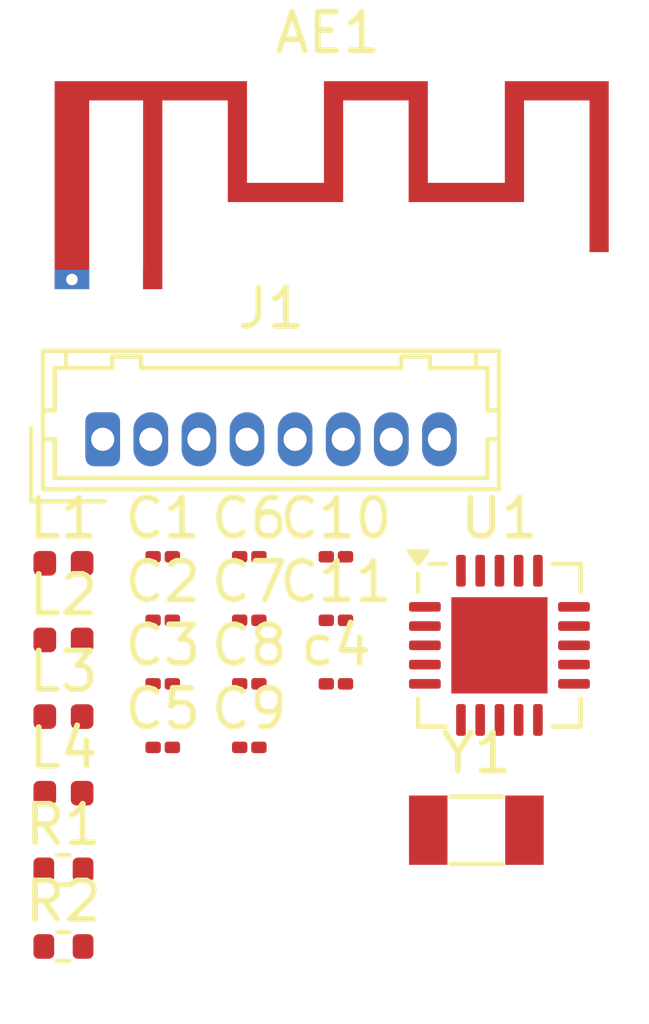
<source format=kicad_pcb>
(kicad_pcb (version 20240108) (generator "pcbnew") (generator_version "8.0")
  (layers (0 "F.Cu" signal) (31 "B.Cu" signal) (34 "B.Paste" user) (35 "F.Paste" user) (36 "B.SilkS" user "B.Silkscreen") (37 "F.SilkS" user "F.Silkscreen") (38 "B.Mask" user) (39 "F.Mask" user) (44 "Edge.Cuts" user))
  (net 0 "")
  (net 1 "Net-(AE1-A)")
  (net 2 "GND")
  (net 3 "Net-(U1-DVDD)")
  (net 4 "VDD")
  (net 5 "Net-(U1-XC2)")
  (net 6 "Net-(U1-XC1)")
  (net 7 "Net-(U1-VDD_PA)")
  (net 8 "Net-(C10-Pad1)")
  (net 9 "Net-(C7-Pad1)")
  (net 10 "Net-(J1-Pin_4)")
  (net 11 "Net-(J1-Pin_5)")
  (net 12 "Net-(J1-Pin_3)")
  (net 13 "Net-(J1-Pin_7)")
  (net 14 "Net-(J1-Pin_6)")
  (net 15 "Net-(J1-Pin_2)")
  (net 16 "Net-(U1-ANT2)")
  (net 17 "Net-(U1-ANT1)")
  (net 18 "Net-(U1-IREF)")
  (footprint "Capacitor_SMD:C_01005_0402Metric" (layer "F.Cu") (at 120.1 75.9)
    (property "Reference" "C1" (at 0 -1 0) (layer "F.SilkS"))
    (property "Value" "33n")
    (pad "1" smd roundrect (at -0.25 0) (size 0.4 0.3) (layers "F.Cu" "F.Mask") (net 3 "Net-(U1-DVDD)"))
    (pad "2" smd roundrect (at 0.25 0) (size 0.4 0.3) (layers "F.Cu" "F.Mask") (net 2 "GND"))
  )
  (footprint "Connector_Hirose:Hirose_DF13-08P-1.25DSA_1x08_P1.25mm_Vertical" (layer "F.Cu") (at 118.54 72.85)
    (property "Reference" "J1" (at 4.38 -3.4 0) (layer "F.SilkS"))
    (property "Value" "Conn_01x08_Pin")
    (fp_line (start -1.86 -0.3) (end -1.86 1.61) (stroke (width 0.12)) (layer "F.SilkS"))
    (fp_line (start -1.86 1.61) (end 0.05 1.61) (stroke (width 0.12)) (layer "F.SilkS"))
    (fp_line (start -1.55 -2.3) (end -1.55 1.3) (stroke (width 0.12)) (layer "F.SilkS"))
    (fp_line (start -1.55 -0.75) (end -1.25 -0.75) (stroke (width 0.12)) (layer "F.SilkS"))
    (fp_line (start -1.55 0) (end -1.25 0) (stroke (width 0.12)) (layer "F.SilkS"))
    (fp_line (start -1.55 1.3) (end 10.3 1.3) (stroke (width 0.12)) (layer "F.SilkS"))
    (fp_line (start -1.25 -1.85) (end -0.95 -1.85) (stroke (width 0.12)) (layer "F.SilkS"))
    (fp_line (start -1.25 -0.75) (end -1.25 -1.85) (stroke (width 0.12)) (layer "F.SilkS"))
    (fp_line (start -1.25 0) (end -1.25 1) (stroke (width 0.12)) (layer "F.SilkS"))
    (fp_line (start -1.25 1) (end 10 1) (stroke (width 0.12)) (layer "F.SilkS"))
    (fp_line (start -0.95 -1.85) (end -0.95 -2.3) (stroke (width 0.12)) (layer "F.SilkS"))
    (fp_line (start -0.95 -1.85) (end 0.25 -1.85) (stroke (width 0.12)) (layer "F.SilkS"))
    (fp_line (start 0.25 -2.15) (end 1 -2.15) (stroke (width 0.12)) (layer "F.SilkS"))
    (fp_line (start 0.25 -1.85) (end 0.25 -2.15) (stroke (width 0.12)) (layer "F.SilkS"))
    (fp_line (start 1 -2.15) (end 1 -1.85) (stroke (width 0.12)) (layer "F.SilkS"))
    (fp_line (start 1 -1.85) (end 7.75 -1.85) (stroke (width 0.12)) (layer "F.SilkS"))
    (fp_line (start 7.75 -2.15) (end 8.5 -2.15) (stroke (width 0.12)) (layer "F.SilkS"))
    (fp_line (start 7.75 -1.85) (end 7.75 -2.15) (stroke (width 0.12)) (layer "F.SilkS"))
    (fp_line (start 8.5 -2.15) (end 8.5 -1.85) (stroke (width 0.12)) (layer "F.SilkS"))
    (fp_line (start 8.5 -1.85) (end 9.7 -1.85) (stroke (width 0.12)) (layer "F.SilkS"))
    (fp_line (start 9.7 -1.85) (end 9.7 -2.3) (stroke (width 0.12)) (layer "F.SilkS"))
    (fp_line (start 10 -1.85) (end 9.7 -1.85) (stroke (width 0.12)) (layer "F.SilkS"))
    (fp_line (start 10 -0.75) (end 10 -1.85) (stroke (width 0.12)) (layer "F.SilkS"))
    (fp_line (start 10 0) (end 10.3 0) (stroke (width 0.12)) (layer "F.SilkS"))
    (fp_line (start 10 1) (end 10 0) (stroke (width 0.12)) (layer "F.SilkS"))
    (fp_line (start 10.3 -2.3) (end -1.55 -2.3) (stroke (width 0.12)) (layer "F.SilkS"))
    (fp_line (start 10.3 -0.75) (end 10 -0.75) (stroke (width 0.12)) (layer "F.SilkS"))
    (fp_line (start 10.3 1.3) (end 10.3 -2.3) (stroke (width 0.12)) (layer "F.SilkS"))
    (pad "1" thru_hole roundrect (at 0 0) (size 0.9 1.4) (drill 0.6) (layers "*.Cu" "*.Mask") (net 4 "VDD"))
    (pad "2" thru_hole oval (at 1.25 0) (size 0.9 1.4) (drill 0.6) (layers "*.Cu" "*.Mask") (net 15 "Net-(J1-Pin_2)"))
    (pad "3" thru_hole oval (at 2.5 0) (size 0.9 1.4) (drill 0.6) (layers "*.Cu" "*.Mask") (net 12 "Net-(J1-Pin_3)"))
    (pad "4" thru_hole oval (at 3.75 0) (size 0.9 1.4) (drill 0.6) (layers "*.Cu" "*.Mask") (net 10 "Net-(J1-Pin_4)"))
    (pad "5" thru_hole oval (at 5 0) (size 0.9 1.4) (drill 0.6) (layers "*.Cu" "*.Mask") (net 11 "Net-(J1-Pin_5)"))
    (pad "6" thru_hole oval (at 6.25 0) (size 0.9 1.4) (drill 0.6) (layers "*.Cu" "*.Mask") (net 14 "Net-(J1-Pin_6)"))
    (pad "7" thru_hole oval (at 7.5 0) (size 0.9 1.4) (drill 0.6) (layers "*.Cu" "*.Mask") (net 13 "Net-(J1-Pin_7)"))
    (pad "8" thru_hole oval (at 8.75 0) (size 0.9 1.4) (drill 0.6) (layers "*.Cu" "*.Mask") (net 2 "GND"))
  )
  (footprint "Capacitor_SMD:C_01005_0402Metric" (layer "F.Cu") (at 120.1 77.55)
    (property "Reference" "C2" (at 0 -1 0) (layer "F.SilkS"))
    (property "Value" "10n")
    (pad "1" smd roundrect (at -0.25 0) (size 0.4 0.3) (layers "F.Cu" "F.Mask") (net 4 "VDD"))
    (pad "2" smd roundrect (at 0.25 0) (size 0.4 0.3) (layers "F.Cu" "F.Mask") (net 2 "GND"))
  )
  (footprint "Inductor_SMD:L_0402_1005Metric" (layer "F.Cu") (at 117.52 82.04)
    (property "Reference" "L4" (at 0 -1.17 0) (layer "F.SilkS"))
    (property "Value" "Lx")
    (pad "1" smd roundrect (at -0.485 0) (size 0.59 0.64) (layers "F.Cu" "F.Paste" "F.Mask") (net 8 "Net-(C10-Pad1)"))
    (pad "2" smd roundrect (at 0.485 0) (size 0.59 0.64) (layers "F.Cu" "F.Paste" "F.Mask") (net 1 "Net-(AE1-A)"))
  )
  (footprint "Capacitor_SMD:C_01005_0402Metric" (layer "F.Cu") (at 120.1 79.2)
    (property "Reference" "C3" (at 0 -1 0) (layer "F.SilkS"))
    (property "Value" "1n")
    (pad "1" smd roundrect (at -0.25 0) (size 0.4 0.3) (layers "F.Cu" "F.Mask") (net 4 "VDD"))
    (pad "2" smd roundrect (at 0.25 0) (size 0.4 0.3) (layers "F.Cu" "F.Mask") (net 2 "GND"))
  )
  (footprint "Resistor_SMD:R_0402_1005Metric" (layer "F.Cu") (at 117.52 86.02)
    (property "Reference" "R2" (at 0 -1.17 0) (layer "F.SilkS"))
    (property "Value" "10M")
    (fp_line (start -0.153641 -0.38) (end 0.153641 -0.38) (stroke (width 0.12)) (layer "F.SilkS"))
    (fp_line (start -0.153641 0.38) (end 0.153641 0.38) (stroke (width 0.12)) (layer "F.SilkS"))
    (pad "1" smd roundrect (at -0.51 0) (size 0.54 0.64) (layers "F.Cu" "F.Paste" "F.Mask") (net 5 "Net-(U1-XC2)"))
    (pad "2" smd roundrect (at 0.51 0) (size 0.54 0.64) (layers "F.Cu" "F.Paste" "F.Mask") (net 6 "Net-(U1-XC1)"))
  )
  (footprint "Resistor_SMD:R_0402_1005Metric" (layer "F.Cu") (at 117.52 84.03)
    (property "Reference" "R1" (at 0 -1.17 0) (layer "F.SilkS"))
    (property "Value" "22K")
    (fp_line (start -0.153641 -0.38) (end 0.153641 -0.38) (stroke (width 0.12)) (layer "F.SilkS"))
    (fp_line (start -0.153641 0.38) (end 0.153641 0.38) (stroke (width 0.12)) (layer "F.SilkS"))
    (pad "1" smd roundrect (at -0.51 0) (size 0.54 0.64) (layers "F.Cu" "F.Paste" "F.Mask") (net 18 "Net-(U1-IREF)"))
    (pad "2" smd roundrect (at 0.51 0) (size 0.54 0.64) (layers "F.Cu" "F.Paste" "F.Mask") (net 2 "GND"))
  )
  (footprint "Capacitor_SMD:C_01005_0402Metric" (layer "F.Cu") (at 124.6 77.55)
    (property "Reference" "C11" (at 0 -1 0) (layer "F.SilkS"))
    (property "Value" "Cx")
    (pad "1" smd roundrect (at -0.25 0) (size 0.4 0.3) (layers "F.Cu" "F.Mask") (net 1 "Net-(AE1-A)"))
    (pad "2" smd roundrect (at 0.25 0) (size 0.4 0.3) (layers "F.Cu" "F.Mask") (net 2 "GND"))
  )
  (footprint "Crystal:Crystal_SMD_3215-2Pin_3.2x1.5mm" (layer "F.Cu") (at 128.25 83)
    (property "Reference" "Y1" (at 0 -2 0) (layer "F.SilkS"))
    (property "Value" "16MHz")
    (fp_line (start -0.675 -0.875) (end 0.675 -0.875) (stroke (width 0.12)) (layer "F.SilkS"))
    (fp_line (start -0.675 0.875) (end 0.675 0.875) (stroke (width 0.12)) (layer "F.SilkS"))
    (pad "1" smd rect (at 1.25 0) (size 1 1.8) (layers "F.Cu" "F.Paste" "F.Mask") (net 5 "Net-(U1-XC2)"))
    (pad "2" smd rect (at -1.25 0) (size 1 1.8) (layers "F.Cu" "F.Paste" "F.Mask") (net 6 "Net-(U1-XC1)"))
  )
  (footprint "Capacitor_SMD:C_01005_0402Metric" (layer "F.Cu") (at 120.1 80.85)
    (property "Reference" "C5" (at 0 -1 0) (layer "F.SilkS"))
    (property "Value" "22p")
    (pad "1" smd roundrect (at -0.25 0) (size 0.4 0.3) (layers "F.Cu" "F.Mask") (net 6 "Net-(U1-XC1)"))
    (pad "2" smd roundrect (at 0.25 0) (size 0.4 0.3) (layers "F.Cu" "F.Mask") (net 2 "GND"))
  )
  (footprint "Package_DFN_QFN:QFN-20-1EP_4x4mm_P0.5mm_EP2.5x2.5mm" (layer "F.Cu") (at 128.85 78.2)
    (property "Reference" "U1" (at 0 -3.3 0) (layer "F.SilkS"))
    (property "Value" "NRF24L01")
    (fp_line (start -2.11 -1.385) (end -2.11 -1.87) (stroke (width 0.12)) (layer "F.SilkS"))
    (fp_line (start -2.11 2.11) (end -2.11 1.385) (stroke (width 0.12)) (layer "F.SilkS"))
    (fp_line (start -1.385 -2.11) (end -1.81 -2.11) (stroke (width 0.12)) (layer "F.SilkS"))
    (fp_line (start -1.385 2.11) (end -2.11 2.11) (stroke (width 0.12)) (layer "F.SilkS"))
    (fp_line (start 1.385 -2.11) (end 2.11 -2.11) (stroke (width 0.12)) (layer "F.SilkS"))
    (fp_line (start 1.385 2.11) (end 2.11 2.11) (stroke (width 0.12)) (layer "F.SilkS"))
    (fp_line (start 2.11 -2.11) (end 2.11 -1.385) (stroke (width 0.12)) (layer "F.SilkS"))
    (fp_line (start 2.11 2.11) (end 2.11 1.385) (stroke (width 0.12)) (layer "F.SilkS"))
    (fp_poly (pts (xy -2.11 -2.11) (xy -2.35 -2.44) (xy -1.87 -2.44) (xy -2.11 -2.11)) (stroke (width 0.12)) (fill solid) (layer "F.SilkS"))
    (pad "1" smd roundrect (at -1.9375 -1) (size 0.825 0.25) (layers "F.Cu" "F.Paste" "F.Mask") (net 14 "Net-(J1-Pin_6)"))
    (pad "2" smd roundrect (at -1.9375 -0.5) (size 0.825 0.25) (layers "F.Cu" "F.Paste" "F.Mask") (net 11 "Net-(J1-Pin_5)"))
    (pad "3" smd roundrect (at -1.9375 0) (size 0.825 0.25) (layers "F.Cu" "F.Paste" "F.Mask") (net 10 "Net-(J1-Pin_4)"))
    (pad "4" smd roundrect (at -1.9375 0.5) (size 0.825 0.25) (layers "F.Cu" "F.Paste" "F.Mask") (net 15 "Net-(J1-Pin_2)"))
    (pad "5" smd roundrect (at -1.9375 1) (size 0.825 0.25) (layers "F.Cu" "F.Paste" "F.Mask") (net 12 "Net-(J1-Pin_3)"))
    (pad "6" smd roundrect (at -1 1.9375) (size 0.25 0.825) (layers "F.Cu" "F.Paste" "F.Mask") (net 13 "Net-(J1-Pin_7)"))
    (pad "7" smd roundrect (at -0.5 1.9375) (size 0.25 0.825) (layers "F.Cu" "F.Paste" "F.Mask") (net 4 "VDD"))
    (pad "8" smd roundrect (at 0 1.9375) (size 0.25 0.825) (layers "F.Cu" "F.Paste" "F.Mask") (net 2 "GND"))
    (pad "9" smd roundrect (at 0.5 1.9375) (size 0.25 0.825) (layers "F.Cu" "F.Paste" "F.Mask") (net 5 "Net-(U1-XC2)"))
    (pad "10" smd roundrect (at 1 1.9375) (size 0.25 0.825) (layers "F.Cu" "F.Paste" "F.Mask") (net 6 "Net-(U1-XC1)"))
    (pad "11" smd roundrect (at 1.9375 1) (size 0.825 0.25) (layers "F.Cu" "F.Paste" "F.Mask") (net 7 "Net-(U1-VDD_PA)"))
    (pad "12" smd roundrect (at 1.9375 0.5) (size 0.825 0.25) (layers "F.Cu" "F.Paste" "F.Mask") (net 17 "Net-(U1-ANT1)"))
    (pad "13" smd roundrect (at 1.9375 0) (size 0.825 0.25) (layers "F.Cu" "F.Paste" "F.Mask") (net 16 "Net-(U1-ANT2)"))
    (pad "14" smd roundrect (at 1.9375 -0.5) (size 0.825 0.25) (layers "F.Cu" "F.Paste" "F.Mask") (net 2 "GND"))
    (pad "15" smd roundrect (at 1.9375 -1) (size 0.825 0.25) (layers "F.Cu" "F.Paste" "F.Mask") (net 4 "VDD"))
    (pad "16" smd roundrect (at 1 -1.9375) (size 0.25 0.825) (layers "F.Cu" "F.Paste" "F.Mask") (net 18 "Net-(U1-IREF)"))
    (pad "17" smd roundrect (at 0.5 -1.9375) (size 0.25 0.825) (layers "F.Cu" "F.Paste" "F.Mask") (net 2 "GND"))
    (pad "18" smd roundrect (at 0 -1.9375) (size 0.25 0.825) (layers "F.Cu" "F.Paste" "F.Mask") (net 4 "VDD"))
    (pad "19" smd roundrect (at -0.5 -1.9375) (size 0.25 0.825) (layers "F.Cu" "F.Paste" "F.Mask") (net 3 "Net-(U1-DVDD)"))
    (pad "20" smd roundrect (at -1 -1.9375) (size 0.25 0.825) (layers "F.Cu" "F.Paste" "F.Mask") (net 2 "GND"))
    (pad "21" smd rect (at 0 0) (size 2.5 2.5) (property pad_prop_heatsink) (layers "F.Cu" "F.Mask"))
  )
  (footprint "Inductor_SMD:L_0402_1005Metric" (layer "F.Cu") (at 117.52 80.05)
    (property "Reference" "L3" (at 0 -1.17 0) (layer "F.SilkS"))
    (property "Value" "2n7")
    (pad "1" smd roundrect (at -0.485 0) (size 0.59 0.64) (layers "F.Cu" "F.Paste" "F.Mask") (net 7 "Net-(U1-VDD_PA)"))
    (pad "2" smd roundrect (at 0.485 0) (size 0.59 0.64) (layers "F.Cu" "F.Paste" "F.Mask") (net 16 "Net-(U1-ANT2)"))
  )
  (footprint "Capacitor_SMD:C_01005_0402Metric" (layer "F.Cu") (at 122.35 80.85)
    (property "Reference" "C9" (at 0 -1 0) (layer "F.SilkS"))
    (property "Value" "1p")
    (pad "1" smd roundrect (at -0.25 0) (size 0.4 0.3) (layers "F.Cu" "F.Mask") (net 8 "Net-(C10-Pad1)"))
    (pad "2" smd roundrect (at 0.25 0) (size 0.4 0.3) (layers "F.Cu" "F.Mask") (net 2 "GND"))
  )
  (footprint "Capacitor_SMD:C_01005_0402Metric" (layer "F.Cu") (at 124.6 75.9)
    (property "Reference" "C10" (at 0 -1 0) (layer "F.SilkS"))
    (property "Value" "Cx")
    (pad "1" smd roundrect (at -0.25 0) (size 0.4 0.3) (layers "F.Cu" "F.Mask") (net 8 "Net-(C10-Pad1)"))
    (pad "2" smd roundrect (at 0.25 0) (size 0.4 0.3) (layers "F.Cu" "F.Mask") (net 2 "GND"))
  )
  (footprint "Inductor_SMD:L_0402_1005Metric" (layer "F.Cu") (at 117.52 76.07)
    (property "Reference" "L1" (at 0 -1.17 0) (layer "F.SilkS"))
    (property "Value" "8n2")
    (pad "1" smd roundrect (at -0.485 0) (size 0.59 0.64) (layers "F.Cu" "F.Paste" "F.Mask") (net 17 "Net-(U1-ANT1)"))
    (pad "2" smd roundrect (at 0.485 0) (size 0.59 0.64) (layers "F.Cu" "F.Paste" "F.Mask") (net 16 "Net-(U1-ANT2)"))
  )
  (footprint "RF_Antenna:Texas_SWRA117D_2.4GHz_Right" (layer "F.Cu") (at 119.84 68.7)
    (property "Reference" "AE1" (at 4.55 -6.41 0) (layer "F.SilkS"))
    (property "Value" "Antenna")
    (fp_poly (pts (xy 2.45 -2.51) (xy 4.45 -2.51) (xy 4.45 -5.15) (xy 7.15 -5.15) (xy 7.15 -2.51) (xy 9.15 -2.51) (xy 9.15 -5.15) (xy 11.85 -5.15) (xy 11.85 -0.71) (xy 11.35 -0.71) (xy 11.35 -4.65) (xy 9.65 -4.65) (xy 9.65 -2.01) (xy 6.65 -2.01) (xy 6.65 -4.65) (xy 4.95 -4.65) (xy 4.95 -2.01) (xy 1.95 -2.01) (xy 1.95 -4.65) (xy 0.25 -4.65) (xy 0.25 0.25) (xy -0.25 0.25) (xy -0.25 -4.65) (xy -1.65 -4.65) (xy -1.65 0.25) (xy -2.55 0.25) (xy -2.55 0.006785) (xy -2.247583 0.006785) (xy -2.237742 0.054395) (xy -2.213674 0.096797) (xy -2.175731 0.129581) (xy -2.167819 0.133935) (xy -2.125156 0.146043) (xy -2.076637 0.1453) (xy -2.031122 0.1324) (xy -2.012511 0.121787) (xy -1.978868 0.086553) (xy -1.958309 0.041368) (xy -1.951778 -0.008158) (xy -1.960218 -0.056417) (xy -1.977112 -0.088643) (xy -2.012372 -0.121313) (xy -2.057682 -0.141408) (xy -2.107267 -0.147982) (xy -2.155353 -0.140092) (xy -2.188245 -0.123186) (xy -2.223185 -0.086416) (xy -2.242847 -0.041622) (xy -2.247583 0.006785) (xy -2.55 0.006785) (xy -2.55 -5.15) (xy 2.45 -5.15) (xy 2.45 -2.51)) (fill solid) (layer "F.Cu"))
    (pad "1" connect rect (at 0 0) (size 0.5 0.5) (layers "F.Cu") (net 1 "Net-(AE1-A)"))
    (pad "2" thru_hole rect (at -2.1 0) (size 0.9 0.5) (drill 0.3) (layers "*.Cu"))
  )
  (footprint "Capacitor_SMD:C_01005_0402Metric" (layer "F.Cu") (at 124.6 79.2)
    (property "Reference" "c4" (at 0 -1 0) (layer "F.SilkS"))
    (property "Value" "22p")
    (pad "1" smd roundrect (at -0.25 0) (size 0.4 0.3) (layers "F.Cu" "F.Mask") (net 5 "Net-(U1-XC2)"))
    (pad "2" smd roundrect (at 0.25 0) (size 0.4 0.3) (layers "F.Cu" "F.Mask") (net 2 "GND"))
  )
  (footprint "Inductor_SMD:L_0402_1005Metric" (layer "F.Cu") (at 117.52 78.06)
    (property "Reference" "L2" (at 0 -1.17 0) (layer "F.SilkS"))
    (property "Value" "3n9")
    (pad "1" smd roundrect (at -0.485 0) (size 0.59 0.64) (layers "F.Cu" "F.Paste" "F.Mask") (net 17 "Net-(U1-ANT1)"))
    (pad "2" smd roundrect (at 0.485 0) (size 0.59 0.64) (layers "F.Cu" "F.Paste" "F.Mask") (net 9 "Net-(C7-Pad1)"))
  )
  (footprint "Capacitor_SMD:C_01005_0402Metric" (layer "F.Cu") (at 122.35 79.2)
    (property "Reference" "C8" (at 0 -1 0) (layer "F.SilkS"))
    (property "Value" "C_Small")
    (pad "1" smd roundrect (at -0.25 0) (size 0.4 0.3) (layers "F.Cu" "F.Mask") (net 7 "Net-(U1-VDD_PA)"))
    (pad "2" smd roundrect (at 0.25 0) (size 0.4 0.3) (layers "F.Cu" "F.Mask") (net 2 "GND"))
  )
  (footprint "Capacitor_SMD:C_01005_0402Metric" (layer "F.Cu") (at 122.35 75.9)
    (property "Reference" "C6" (at 0 -1 0) (layer "F.SilkS"))
    (property "Value" "C_Small")
    (pad "1" smd roundrect (at -0.25 0) (size 0.4 0.3) (layers "F.Cu" "F.Mask") (net 7 "Net-(U1-VDD_PA)"))
    (pad "2" smd roundrect (at 0.25 0) (size 0.4 0.3) (layers "F.Cu" "F.Mask") (net 2 "GND"))
  )
  (footprint "Capacitor_SMD:C_01005_0402Metric" (layer "F.Cu") (at 122.35 77.55)
    (property "Reference" "C7" (at 0 -1 0) (layer "F.SilkS"))
    (property "Value" "1p5")
    (pad "1" smd roundrect (at -0.25 0) (size 0.4 0.3) (layers "F.Cu" "F.Mask") (net 9 "Net-(C7-Pad1)"))
    (pad "2" smd roundrect (at 0.25 0) (size 0.4 0.3) (layers "F.Cu" "F.Mask") (net 8 "Net-(C10-Pad1)"))
  )
)
</source>
